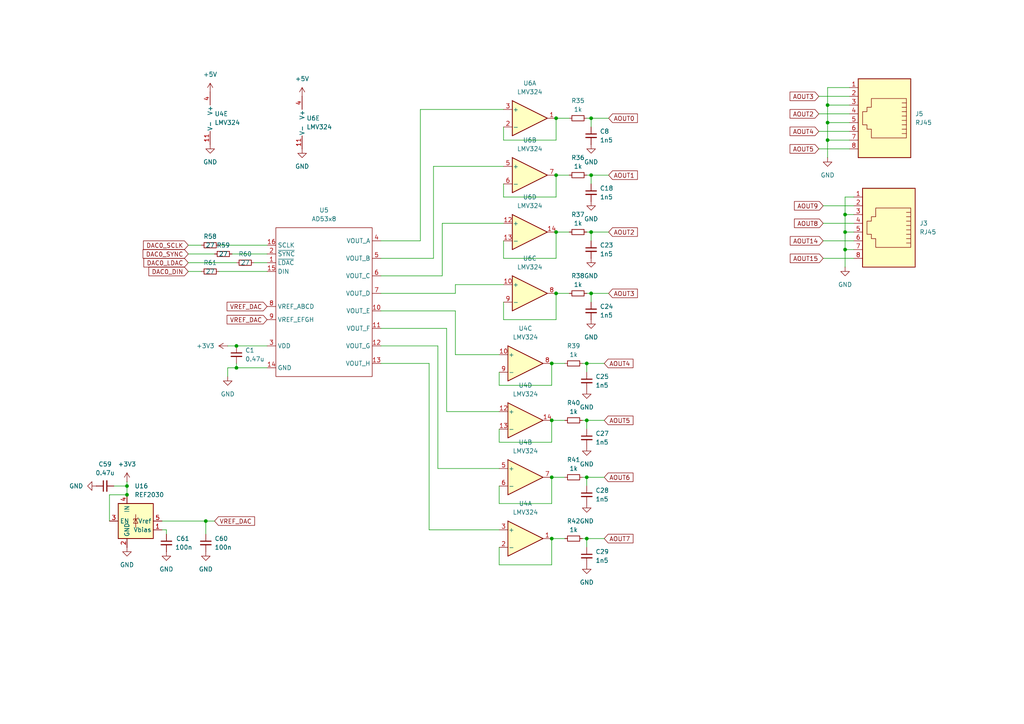
<source format=kicad_sch>
(kicad_sch (version 20231120) (generator "eeschema") (generator_version "8.0")
  (paper "A4")
  (lib_symbols
    (symbol "Amplifier_Operational:LMV324" (pin_names (offset 0.127))
      (property "Reference" "U" (at 0 5.08 0))
      (property "Value" "LMV324" (at 0 -5.08 0))
      (symbol "LMV324_1_1"
        (polyline (pts (xy -5.08 5.08) (xy 5.08 0) (xy -5.08 -5.08) (xy -5.08 5.08)) (stroke (width 0.254)) (fill (type background)))
        (pin output line (at 7.62 0 180) (length 2.54) (name "~") (number "1"))
        (pin input line (at -7.62 -2.54 0) (length 2.54) (name "-") (number "2"))
        (pin input line (at -7.62 2.54 0) (length 2.54) (name "+") (number "3"))
      )
      (symbol "LMV324_2_1"
        (polyline (pts (xy -5.08 5.08) (xy 5.08 0) (xy -5.08 -5.08) (xy -5.08 5.08)) (stroke (width 0.254)) (fill (type background)))
        (pin input line (at -7.62 2.54 0) (length 2.54) (name "+") (number "5"))
        (pin input line (at -7.62 -2.54 0) (length 2.54) (name "-") (number "6"))
        (pin output line (at 7.62 0 180) (length 2.54) (name "~") (number "7"))
      )
      (symbol "LMV324_3_1"
        (polyline (pts (xy -5.08 5.08) (xy 5.08 0) (xy -5.08 -5.08) (xy -5.08 5.08)) (stroke (width 0.254)) (fill (type background)))
        (pin input line (at -7.62 2.54 0) (length 2.54) (name "+") (number "10"))
        (pin output line (at 7.62 0 180) (length 2.54) (name "~") (number "8"))
        (pin input line (at -7.62 -2.54 0) (length 2.54) (name "-") (number "9"))
      )
      (symbol "LMV324_4_1"
        (polyline (pts (xy -5.08 5.08) (xy 5.08 0) (xy -5.08 -5.08) (xy -5.08 5.08)) (stroke (width 0.254)) (fill (type background)))
        (pin input line (at -7.62 2.54 0) (length 2.54) (name "+") (number "12"))
        (pin input line (at -7.62 -2.54 0) (length 2.54) (name "-") (number "13"))
        (pin output line (at 7.62 0 180) (length 2.54) (name "~") (number "14"))
      )
      (symbol "LMV324_5_1"
        (pin power_in line (at -2.54 -7.62 90) (length 3.81) (name "V-") (number "11"))
        (pin power_in line (at -2.54 7.62 270) (length 3.81) (name "V+") (number "4"))
      )
    )
    (symbol "Connector:RJ45" (pin_names (offset 1.016))
      (property "Reference" "J" (at -5.08 13.97 0))
      (property "Value" "RJ45" (at 2.54 13.97 0))
      (symbol "RJ45_0_1"
        (polyline (pts (xy -5.08 4.445) (xy -6.35 4.445)))
        (polyline (pts (xy -5.08 5.715) (xy -6.35 5.715)))
        (polyline (pts (xy -6.35 -3.175) (xy -5.08 -3.175) (xy -5.08 -3.175)))
        (polyline (pts (xy -6.35 -1.905) (xy -5.08 -1.905) (xy -5.08 -1.905)))
        (polyline (pts (xy -6.35 -0.635) (xy -5.08 -0.635) (xy -5.08 -0.635)))
        (polyline (pts (xy -6.35 0.635) (xy -5.08 0.635) (xy -5.08 0.635)))
        (polyline (pts (xy -6.35 1.905) (xy -5.08 1.905) (xy -5.08 1.905)))
        (polyline (pts (xy -5.08 3.175) (xy -6.35 3.175) (xy -6.35 3.175)))
        (polyline (pts (xy -6.35 -4.445) (xy -6.35 6.985) (xy 3.81 6.985) (xy 3.81 4.445) (xy 5.08 4.445) (xy 5.08 3.175) (xy 6.35 3.175) (xy 6.35 -0.635) (xy 5.08 -0.635) (xy 5.08 -1.905) (xy 3.81 -1.905) (xy 3.81 -4.445) (xy -6.35 -4.445) (xy -6.35 -4.445)))
        (rectangle (start 7.62 12.7) (end -7.62 -10.16) (stroke (width 0.254)) (fill (type background)))
      )
      (symbol "RJ45_1_1"
        (pin passive line (at 10.16 -7.62 180) (length 2.54) (name "~") (number "1"))
        (pin passive line (at 10.16 -5.08 180) (length 2.54) (name "~") (number "2"))
        (pin passive line (at 10.16 -2.54 180) (length 2.54) (name "~") (number "3"))
        (pin passive line (at 10.16 0 180) (length 2.54) (name "~") (number "4"))
        (pin passive line (at 10.16 2.54 180) (length 2.54) (name "~") (number "5"))
        (pin passive line (at 10.16 5.08 180) (length 2.54) (name "~") (number "6"))
        (pin passive line (at 10.16 7.62 180) (length 2.54) (name "~") (number "7"))
        (pin passive line (at 10.16 10.16 180) (length 2.54) (name "~") (number "8"))
      )
    )
    (symbol "Device:C_Small" (pin_numbers hide) (pin_names (offset 0.254) hide)
      (property "Reference" "C" (at 0.254 1.778 0))
      (property "Value" "C_Small" (at 0.254 -2.032 0))
      (symbol "C_Small_0_1"
        (polyline (pts (xy -1.524 -0.508) (xy 1.524 -0.508)) (stroke (width 0.3302)))
        (polyline (pts (xy -1.524 0.508) (xy 1.524 0.508)) (stroke (width 0.3048)))
      )
      (symbol "C_Small_1_1"
        (pin passive line (at 0 2.54 270) (length 2.032) (name "~") (number "1"))
        (pin passive line (at 0 -2.54 90) (length 2.032) (name "~") (number "2"))
      )
    )
    (symbol "Device:R_Small" (pin_numbers hide) (pin_names (offset 0.254) hide)
      (property "Reference" "R" (at 0.762 0.508 0))
      (property "Value" "R_Small" (at 0.762 -1.016 0))
      (symbol "R_Small_0_1"
        (rectangle (start -0.762 1.778) (end 0.762 -1.778) (stroke (width 0.2032)))
      )
      (symbol "R_Small_1_1"
        (pin passive line (at 0 2.54 270) (length 0.762) (name "~") (number "1"))
        (pin passive line (at 0 -2.54 90) (length 0.762) (name "~") (number "2"))
      )
    )
    (symbol "Reference_Voltage:REF2030"
      (property "Reference" "U?" (at 5.08 7.62 0))
      (property "Value" "REF2030" (at -2.54 7.62 0))
      (symbol "REF2030_0_1"
        (rectangle (start -5.08 5.08) (end 5.08 -5.08) (stroke (width 0.254)) (fill (type background)))
        (polyline (pts (xy 0 1.905) (xy 0 -1.905)))
        (polyline (pts (xy -0.635 -0.635) (xy 0.635 -0.635) (xy 0 0.635) (xy -0.635 -0.635)))
        (polyline (pts (xy 0.635 1.016) (xy 0.635 0.635) (xy -0.635 0.635) (xy -0.635 0.254)))
      )
      (symbol "REF2030_1_1"
        (pin output line (at 7.62 -2.54 180) (length 2.54) (name "Vbias") (number "1"))
        (pin power_in line (at -2.54 -7.62 90) (length 2.54) (name "GND") (number "2"))
        (pin input line (at -7.62 0 0) (length 2.54) (name "EN") (number "3"))
        (pin power_in line (at -2.54 7.62 270) (length 2.54) (name "IN") (number "4"))
        (pin output line (at 7.62 0 180) (length 2.54) (name "Vref") (number "5"))
      )
    )
    (symbol "power:+3V3" (power) (pin_numbers hide) (pin_names (offset 0) hide)
      (property "Value" "+3V3" (at 0 3.556 0))
      (symbol "+3V3_0_1"
        (polyline (pts (xy -0.762 1.27) (xy 0 2.54)))
        (polyline (pts (xy 0 0) (xy 0 2.54)))
        (polyline (pts (xy 0 2.54) (xy 0.762 1.27)))
      )
      (symbol "+3V3_1_1"
        (pin power_in line (at 0 0 90) (length 0) (name "~") (number "1"))
      )
    )
    (symbol "power:+5V" (power) (pin_numbers hide) (pin_names (offset 0) hide)
      (property "Value" "+5V" (at 0 3.556 0))
      (symbol "+5V_0_1"
        (polyline (pts (xy -0.762 1.27) (xy 0 2.54)))
        (polyline (pts (xy 0 0) (xy 0 2.54)))
        (polyline (pts (xy 0 2.54) (xy 0.762 1.27)))
      )
      (symbol "+5V_1_1"
        (pin power_in line (at 0 0 90) (length 0) (name "~") (number "1"))
      )
    )
    (symbol "power:GND" (power) (pin_numbers hide) (pin_names (offset 0) hide)
      (property "Value" "GND" (at 0 -3.81 0))
      (symbol "GND_0_1"
        (polyline (pts (xy 0 0) (xy 0 -1.27) (xy 1.27 -1.27) (xy 0 -2.54) (xy -1.27 -1.27) (xy 0 -1.27)))
      )
      (symbol "GND_1_1"
        (pin power_in line (at 0 0 270) (length 0) (name "~") (number "1"))
      )
    )
    (symbol "user_dac:ad5328"
      (property "Reference" "U" (at -11.938 9.906 0))
      (property "Value" "AD53x8" (at 0 0 0))
      (symbol "ad5328_0_0"
        (pin unspecified line (at 17.78 -16.51 180) (length 2.54) (name "VOUT_E") (number "10"))
        (pin unspecified line (at 17.78 -21.59 180) (length 2.54) (name "VOUT_F") (number "11"))
        (pin unspecified line (at 17.78 -26.67 180) (length 2.54) (name "VOUT_G") (number "12"))
        (pin unspecified line (at 17.78 -31.75 180) (length 2.54) (name "VOUT_H") (number "13"))
        (pin power_in line (at -15.24 -33.02 0) (length 2.54) (name "GND") (number "14"))
        (pin unspecified line (at -15.24 -5.08 0) (length 2.54) (name "DIN") (number "15"))
        (pin unspecified line (at -15.24 2.54 0) (length 2.54) (name "SCLK") (number "16"))
        (pin power_in line (at -15.24 -26.67 0) (length 2.54) (name "VDD") (number "3"))
        (pin unspecified line (at 17.78 3.81 180) (length 2.54) (name "VOUT_A") (number "4"))
        (pin unspecified line (at 17.78 -1.27 180) (length 2.54) (name "VOUT_B") (number "5"))
        (pin unspecified line (at 17.78 -6.35 180) (length 2.54) (name "VOUT_C") (number "6"))
        (pin unspecified line (at 17.78 -11.43 180) (length 2.54) (name "VOUT_D") (number "7"))
        (pin unspecified line (at -15.24 -15.24 0) (length 2.54) (name "VREF_ABCD") (number "8"))
        (pin unspecified line (at -15.24 -19.05 0) (length 2.54) (name "VREF_EFGH") (number "9"))
      )
      (symbol "ad5328_0_1"
        (rectangle (start -12.7 7.62) (end 15.24 -35.56))
      )
      (symbol "ad5328_1_0"
        (pin unspecified line (at -15.24 -2.54 0) (length 2.54) (name "~{LDAC}") (number "1"))
        (pin unspecified line (at -15.24 0 0) (length 2.54) (name "~{SYNC}") (number "2"))
      )
    )
  )
  (junction (at 161.29 85.09))
  (junction (at 36.83 140.97))
  (junction (at 170.18 156.21))
  (junction (at 161.29 67.31))
  (junction (at 245.11 72.39))
  (junction (at 160.02 156.21))
  (junction (at 245.11 62.23))
  (junction (at 171.45 85.09))
  (junction (at 160.02 138.43))
  (junction (at 240.03 35.56))
  (junction (at 170.18 138.43))
  (junction (at 36.83 143.51))
  (junction (at 245.11 67.31))
  (junction (at 161.29 34.29))
  (junction (at 240.03 40.64))
  (junction (at 59.69 151.13))
  (junction (at 68.58 100.33))
  (junction (at 171.45 34.29))
  (junction (at 68.58 106.68))
  (junction (at 160.02 105.41))
  (junction (at 240.03 30.48))
  (junction (at 170.18 105.41))
  (junction (at 171.45 50.8))
  (junction (at 171.45 67.31))
  (junction (at 160.02 121.92))
  (junction (at 161.29 50.8))
  (junction (at 170.18 121.92))
  (wire (pts (xy 160.02 111.76) (xy 160.02 105.41)))
  (wire (pts (xy 170.18 158.75) (xy 170.18 156.21)))
  (wire (pts (xy 132.08 85.09) (xy 132.08 82.55)))
  (wire (pts (xy 240.03 25.4) (xy 246.38 25.4)))
  (wire (pts (xy 245.11 62.23) (xy 245.11 57.15)))
  (wire (pts (xy 240.03 35.56) (xy 240.03 30.48)))
  (wire (pts (xy 245.11 57.15) (xy 247.65 57.15)))
  (wire (pts (xy 245.11 77.47) (xy 245.11 72.39)))
  (wire (pts (xy 171.45 85.09) (xy 170.18 85.09)))
  (wire (pts (xy 146.05 69.85) (xy 146.05 74.93)))
  (wire (pts (xy 66.04 100.33) (xy 68.58 100.33)))
  (wire (pts (xy 110.49 95.25) (xy 129.54 95.25)))
  (wire (pts (xy 121.92 69.85) (xy 121.92 31.75)))
  (wire (pts (xy 161.29 40.64) (xy 161.29 34.29)))
  (wire (pts (xy 238.76 59.69) (xy 247.65 59.69)))
  (wire (pts (xy 54.61 71.12) (xy 58.42 71.12)))
  (wire (pts (xy 144.78 140.97) (xy 144.78 146.05)))
  (wire (pts (xy 161.29 57.15) (xy 161.29 50.8)))
  (wire (pts (xy 54.61 73.66) (xy 62.23 73.66)))
  (wire (pts (xy 144.78 128.27) (xy 160.02 128.27)))
  (wire (pts (xy 238.76 69.85) (xy 247.65 69.85)))
  (wire (pts (xy 128.27 64.77) (xy 146.05 64.77)))
  (wire (pts (xy 171.45 34.29) (xy 176.53 34.29)))
  (wire (pts (xy 161.29 67.31) (xy 165.1 67.31)))
  (wire (pts (xy 132.08 82.55) (xy 146.05 82.55)))
  (wire (pts (xy 237.49 38.1) (xy 246.38 38.1)))
  (wire (pts (xy 170.18 124.46) (xy 170.18 121.92)))
  (wire (pts (xy 170.18 156.21) (xy 175.26 156.21)))
  (wire (pts (xy 124.46 153.67) (xy 144.78 153.67)))
  (wire (pts (xy 160.02 128.27) (xy 160.02 121.92)))
  (wire (pts (xy 146.05 40.64) (xy 161.29 40.64)))
  (wire (pts (xy 110.49 80.01) (xy 128.27 80.01)))
  (wire (pts (xy 144.78 146.05) (xy 160.02 146.05)))
  (wire (pts (xy 146.05 53.34) (xy 146.05 57.15)))
  (wire (pts (xy 146.05 92.71) (xy 161.29 92.71)))
  (wire (pts (xy 170.18 105.41) (xy 168.91 105.41)))
  (wire (pts (xy 59.69 151.13) (xy 59.69 154.94)))
  (wire (pts (xy 170.18 156.21) (xy 168.91 156.21)))
  (wire (pts (xy 36.83 139.7) (xy 36.83 140.97)))
  (wire (pts (xy 110.49 74.93) (xy 125.73 74.93)))
  (wire (pts (xy 59.69 151.13) (xy 62.23 151.13)))
  (wire (pts (xy 171.45 34.29) (xy 170.18 34.29)))
  (wire (pts (xy 245.11 72.39) (xy 247.65 72.39)))
  (wire (pts (xy 129.54 119.38) (xy 144.78 119.38)))
  (wire (pts (xy 73.66 76.2) (xy 77.47 76.2)))
  (wire (pts (xy 240.03 40.64) (xy 240.03 35.56)))
  (wire (pts (xy 171.45 53.34) (xy 171.45 50.8)))
  (wire (pts (xy 68.58 106.68) (xy 66.04 106.68)))
  (wire (pts (xy 110.49 69.85) (xy 121.92 69.85)))
  (wire (pts (xy 128.27 80.01) (xy 128.27 64.77)))
  (wire (pts (xy 237.49 27.94) (xy 246.38 27.94)))
  (wire (pts (xy 161.29 92.71) (xy 161.29 85.09)))
  (wire (pts (xy 170.18 105.41) (xy 175.26 105.41)))
  (wire (pts (xy 144.78 111.76) (xy 160.02 111.76)))
  (wire (pts (xy 240.03 30.48) (xy 240.03 25.4)))
  (wire (pts (xy 161.29 50.8) (xy 165.1 50.8)))
  (wire (pts (xy 160.02 121.92) (xy 163.83 121.92)))
  (wire (pts (xy 171.45 87.63) (xy 171.45 85.09)))
  (wire (pts (xy 67.31 73.66) (xy 77.47 73.66)))
  (wire (pts (xy 170.18 121.92) (xy 168.91 121.92)))
  (wire (pts (xy 237.49 43.18) (xy 246.38 43.18)))
  (wire (pts (xy 171.45 69.85) (xy 171.45 67.31)))
  (wire (pts (xy 146.05 36.83) (xy 146.05 40.64)))
  (wire (pts (xy 240.03 30.48) (xy 246.38 30.48)))
  (wire (pts (xy 170.18 121.92) (xy 175.26 121.92)))
  (wire (pts (xy 171.45 67.31) (xy 176.53 67.31)))
  (wire (pts (xy 170.18 140.97) (xy 170.18 138.43)))
  (wire (pts (xy 160.02 163.83) (xy 160.02 156.21)))
  (wire (pts (xy 110.49 105.41) (xy 124.46 105.41)))
  (wire (pts (xy 124.46 105.41) (xy 124.46 153.67)))
  (wire (pts (xy 161.29 85.09) (xy 165.1 85.09)))
  (wire (pts (xy 161.29 74.93) (xy 161.29 67.31)))
  (wire (pts (xy 160.02 105.41) (xy 163.83 105.41)))
  (wire (pts (xy 170.18 107.95) (xy 170.18 105.41)))
  (wire (pts (xy 68.58 105.41) (xy 68.58 106.68)))
  (wire (pts (xy 171.45 36.83) (xy 171.45 34.29)))
  (wire (pts (xy 46.99 153.67) (xy 48.26 153.67)))
  (wire (pts (xy 110.49 90.17) (xy 132.08 90.17)))
  (wire (pts (xy 144.78 158.75) (xy 144.78 163.83)))
  (wire (pts (xy 129.54 95.25) (xy 129.54 119.38)))
  (wire (pts (xy 171.45 50.8) (xy 176.53 50.8)))
  (wire (pts (xy 245.11 67.31) (xy 245.11 62.23)))
  (wire (pts (xy 63.5 78.74) (xy 77.47 78.74)))
  (wire (pts (xy 240.03 35.56) (xy 246.38 35.56)))
  (wire (pts (xy 171.45 50.8) (xy 170.18 50.8)))
  (wire (pts (xy 36.83 140.97) (xy 36.83 143.51)))
  (wire (pts (xy 161.29 34.29) (xy 165.1 34.29)))
  (wire (pts (xy 245.11 62.23) (xy 247.65 62.23)))
  (wire (pts (xy 121.92 31.75) (xy 146.05 31.75)))
  (wire (pts (xy 127 100.33) (xy 127 135.89)))
  (wire (pts (xy 171.45 67.31) (xy 170.18 67.31)))
  (wire (pts (xy 160.02 156.21) (xy 163.83 156.21)))
  (wire (pts (xy 48.26 153.67) (xy 48.26 154.94)))
  (wire (pts (xy 31.75 151.13) (xy 31.75 143.51)))
  (wire (pts (xy 144.78 107.95) (xy 144.78 111.76)))
  (wire (pts (xy 132.08 90.17) (xy 132.08 102.87)))
  (wire (pts (xy 63.5 71.12) (xy 77.47 71.12)))
  (wire (pts (xy 170.18 138.43) (xy 168.91 138.43)))
  (wire (pts (xy 132.08 102.87) (xy 144.78 102.87)))
  (wire (pts (xy 171.45 85.09) (xy 176.53 85.09)))
  (wire (pts (xy 238.76 64.77) (xy 247.65 64.77)))
  (wire (pts (xy 68.58 100.33) (xy 77.47 100.33)))
  (wire (pts (xy 160.02 146.05) (xy 160.02 138.43)))
  (wire (pts (xy 127 135.89) (xy 144.78 135.89)))
  (wire (pts (xy 146.05 87.63) (xy 146.05 92.71)))
  (wire (pts (xy 54.61 76.2) (xy 68.58 76.2)))
  (wire (pts (xy 240.03 40.64) (xy 246.38 40.64)))
  (wire (pts (xy 146.05 74.93) (xy 161.29 74.93)))
  (wire (pts (xy 238.76 74.93) (xy 247.65 74.93)))
  (wire (pts (xy 237.49 33.02) (xy 246.38 33.02)))
  (wire (pts (xy 146.05 57.15) (xy 161.29 57.15)))
  (wire (pts (xy 110.49 100.33) (xy 127 100.33)))
  (wire (pts (xy 144.78 163.83) (xy 160.02 163.83)))
  (wire (pts (xy 125.73 74.93) (xy 125.73 48.26)))
  (wire (pts (xy 110.49 85.09) (xy 132.08 85.09)))
  (wire (pts (xy 144.78 124.46) (xy 144.78 128.27)))
  (wire (pts (xy 240.03 45.72) (xy 240.03 40.64)))
  (wire (pts (xy 245.11 67.31) (xy 247.65 67.31)))
  (wire (pts (xy 54.61 78.74) (xy 58.42 78.74)))
  (wire (pts (xy 77.47 106.68) (xy 68.58 106.68)))
  (wire (pts (xy 31.75 143.51) (xy 36.83 143.51)))
  (wire (pts (xy 125.73 48.26) (xy 146.05 48.26)))
  (wire (pts (xy 170.18 138.43) (xy 175.26 138.43)))
  (wire (pts (xy 66.04 106.68) (xy 66.04 109.22)))
  (wire (pts (xy 46.99 151.13) (xy 59.69 151.13)))
  (wire (pts (xy 33.02 140.97) (xy 36.83 140.97)))
  (wire (pts (xy 245.11 72.39) (xy 245.11 67.31)))
  (wire (pts (xy 160.02 138.43) (xy 163.83 138.43)))
  (global_label "AOUT1" (shape input) (at 176.53 50.8 0) (property "Intersheetrefs" "${INTERSHEET_REFS}" (effects (hide yes))))
  (global_label "AOUT8" (shape input) (at 238.76 64.77 180) (property "Intersheetrefs" "${INTERSHEET_REFS}" (effects (hide yes))))
  (global_label "VREF_DAC" (shape input) (at 77.47 88.9 180) (property "Intersheetrefs" "${INTERSHEET_REFS}" (effects (hide yes))))
  (global_label "AOUT2" (shape input) (at 237.49 33.02 180) (property "Intersheetrefs" "${INTERSHEET_REFS}" (effects (hide yes))))
  (global_label "AOUT9" (shape input) (at 238.76 59.69 180) (property "Intersheetrefs" "${INTERSHEET_REFS}" (effects (hide yes))))
  (global_label "AOUT0" (shape input) (at 176.53 34.29 0) (property "Intersheetrefs" "${INTERSHEET_REFS}" (effects (hide yes))))
  (global_label "AOUT6" (shape input) (at 175.26 138.43 0) (property "Intersheetrefs" "${INTERSHEET_REFS}" (effects (hide yes))))
  (global_label "DAC0_SYNC" (shape input) (at 54.61 73.66 180) (property "Intersheetrefs" "${INTERSHEET_REFS}" (effects (hide yes))))
  (global_label "VREF_DAC" (shape input) (at 62.23 151.13 0) (property "Intersheetrefs" "${INTERSHEET_REFS}" (effects (hide yes))))
  (global_label "AOUT5" (shape input) (at 237.49 43.18 180) (property "Intersheetrefs" "${INTERSHEET_REFS}" (effects (hide yes))))
  (global_label "AOUT14" (shape input) (at 238.76 69.85 180) (property "Intersheetrefs" "${INTERSHEET_REFS}" (effects (hide yes))))
  (global_label "DAC0_LDAC" (shape input) (at 54.61 76.2 180) (property "Intersheetrefs" "${INTERSHEET_REFS}" (effects (hide yes))))
  (global_label "VREF_DAC" (shape input) (at 77.47 92.71 180) (property "Intersheetrefs" "${INTERSHEET_REFS}" (effects (hide yes))))
  (global_label "AOUT4" (shape input) (at 175.26 105.41 0) (property "Intersheetrefs" "${INTERSHEET_REFS}" (effects (hide yes))))
  (global_label "AOUT2" (shape input) (at 176.53 67.31 0) (property "Intersheetrefs" "${INTERSHEET_REFS}" (effects (hide yes))))
  (global_label "AOUT7" (shape input) (at 175.26 156.21 0) (property "Intersheetrefs" "${INTERSHEET_REFS}" (effects (hide yes))))
  (global_label "DAC0_DIN" (shape input) (at 54.61 78.74 180) (property "Intersheetrefs" "${INTERSHEET_REFS}" (effects (hide yes))))
  (global_label "DAC0_SCLK" (shape input) (at 54.61 71.12 180) (property "Intersheetrefs" "${INTERSHEET_REFS}" (effects (hide yes))))
  (global_label "AOUT5" (shape input) (at 175.26 121.92 0) (property "Intersheetrefs" "${INTERSHEET_REFS}" (effects (hide yes))))
  (global_label "AOUT3" (shape input) (at 176.53 85.09 0) (property "Intersheetrefs" "${INTERSHEET_REFS}" (effects (hide yes))))
  (global_label "AOUT4" (shape input) (at 237.49 38.1 180) (property "Intersheetrefs" "${INTERSHEET_REFS}" (effects (hide yes))))
  (global_label "AOUT3" (shape input) (at 237.49 27.94 180) (property "Intersheetrefs" "${INTERSHEET_REFS}" (effects (hide yes))))
  (global_label "AOUT15" (shape input) (at 238.76 74.93 180) (property "Intersheetrefs" "${INTERSHEET_REFS}" (effects (hide yes))))
  (symbol (lib_id "power:GND") (at 170.18 163.83 0) (unit 1)
    (property "Reference" "#PWR092" (effects (hide yes)))
    (property "Value" "GND" (at 170.18 168.91 0))
    (property "Description" "Power symbol creates a global label with name \"GND\" , ground" (effects (hide yes)))
  )
  (symbol (lib_id "Amplifier_Operational:LMV324") (at 152.4 105.41 0) (unit 3)
    (property "Reference" "U4" (at 152.4 95.25 0))
    (property "Value" "LMV324" (at 152.4 97.79 0))
    (property "Footprint" "Package_SO:TSSOP-14_4.4x5mm_P0.65mm" (effects (hide yes)))
    (property "Datasheet" "http://www.ti.com/lit/ds/symlink/lmv324.pdf" (effects (hide yes)))
    (property "Description" "Quad Low-Voltage Rail-to-Rail Output Operational Amplifier, SOIC-14/SSOP-14" (effects (hide yes)))
    (property "JLCPCB Part #" "C165067" (effects (hide yes)))
  )
  (symbol (lib_id "Device:R_Small") (at 71.12 76.2 270) (unit 1)
    (property "Reference" "R60" (at 71.12 73.66 90))
    (property "Value" "27" (at 71.12 76.2 90))
    (property "Footprint" "Resistor_SMD:R_0402_1005Metric" (effects (hide yes)))
  )
  (symbol (lib_id "Device:R_Small") (at 166.37 138.43 90) (unit 1)
    (property "Reference" "R41" (at 166.37 133.35 90))
    (property "Value" "1k" (at 166.37 135.89 90))
    (property "Footprint" "Resistor_SMD:R_0402_1005Metric" (effects (hide yes)))
    (property "JLCPCB" "C409681" (effects (hide yes)))
  )
  (symbol (lib_id "power:GND") (at 171.45 74.93 0) (unit 1)
    (property "Reference" "#PWR087" (effects (hide yes)))
    (property "Value" "GND" (at 171.45 80.01 0))
    (property "Description" "Power symbol creates a global label with name \"GND\" , ground" (effects (hide yes)))
  )
  (symbol (lib_id "Connector:RJ45") (at 257.81 64.77 180) (unit 1)
    (property "Reference" "J3" (at 266.7 64.7699 0) (effects (justify right)))
    (property "Value" "RJ45" (at 266.7 67.3099 0) (effects (justify right)))
    (property "Footprint" "Connector_RJ:RJ45_Ninigi_GE" (effects (hide yes)))
    (property "Description" "RJ connector, 8P8C (8 positions 8 connected)" (effects (hide yes)))
    (property "JLCPCB Part #" "C386758" (effects (hide yes)))
  )
  (symbol (lib_id "Device:C_Small") (at 48.26 157.48 0) (unit 1)
    (property "Reference" "C61" (at 51.054 156.21 0) (effects (justify left)))
    (property "Value" "100n" (at 50.8 158.7563 0) (effects (justify left)))
    (property "Footprint" "Capacitor_SMD:C_0402_1005Metric" (effects (hide yes)))
    (property "JLCPCB" "C106255" (effects (hide yes)))
  )
  (symbol (lib_id "power:GND") (at 171.45 58.42 0) (unit 1)
    (property "Reference" "#PWR086" (effects (hide yes)))
    (property "Value" "GND" (at 171.45 63.5 0))
    (property "Description" "Power symbol creates a global label with name \"GND\" , ground" (effects (hide yes)))
  )
  (symbol (lib_id "Device:R_Small") (at 60.96 78.74 270) (unit 1)
    (property "Reference" "R61" (at 60.96 76.2 90))
    (property "Value" "27" (at 60.96 78.74 90))
    (property "Footprint" "Resistor_SMD:R_0402_1005Metric" (effects (hide yes)))
  )
  (symbol (lib_id "Device:C_Small") (at 170.18 161.29 0) (unit 1)
    (property "Reference" "C29" (at 172.72 160.0263 0) (effects (justify left)))
    (property "Value" "1n5" (at 172.72 162.5663 0) (effects (justify left)))
    (property "Footprint" "Capacitor_SMD:C_0402_1005Metric" (effects (hide yes)))
    (property "JLCPCB" "C106255" (effects (hide yes)))
  )
  (symbol (lib_id "power:GND") (at 66.04 109.22 0) (unit 1)
    (property "Reference" "#PWR019" (effects (hide yes)))
    (property "Value" "GND" (at 66.04 114.3 0))
    (property "Description" "Power symbol creates a global label with name \"GND\" , ground" (effects (hide yes)))
  )
  (symbol (lib_id "power:GND") (at 27.94 140.97 270) (unit 1)
    (property "Reference" "#PWR0106" (effects (hide yes)))
    (property "Value" "GND" (at 24.13 140.9699 90) (effects (justify right)))
    (property "Description" "Power symbol creates a global label with name \"GND\" , ground" (effects (hide yes)))
  )
  (symbol (lib_id "Device:C_Small") (at 170.18 127 0) (unit 1)
    (property "Reference" "C27" (at 172.72 125.7363 0) (effects (justify left)))
    (property "Value" "1n5" (at 172.72 128.2763 0) (effects (justify left)))
    (property "Footprint" "Capacitor_SMD:C_0402_1005Metric" (effects (hide yes)))
    (property "JLCPCB" "C106255" (effects (hide yes)))
  )
  (symbol (lib_id "power:GND") (at 36.83 158.75 0) (unit 1)
    (property "Reference" "#PWR0107" (effects (hide yes)))
    (property "Value" "GND" (at 36.83 163.83 0))
    (property "Description" "Power symbol creates a global label with name \"GND\" , ground" (effects (hide yes)))
  )
  (symbol (lib_id "power:GND") (at 60.96 41.91 0) (unit 1)
    (property "Reference" "#PWR017" (effects (hide yes)))
    (property "Value" "GND" (at 60.96 46.99 0))
    (property "Description" "Power symbol creates a global label with name \"GND\" , ground" (effects (hide yes)))
  )
  (symbol (lib_id "Reference_Voltage:REF2030") (at 39.37 151.13 0) (unit 1)
    (property "Reference" "U16" (at 39.0241 140.97 0) (effects (justify left)))
    (property "Value" "REF2030" (at 39.0241 143.51 0) (effects (justify left)))
    (property "Footprint" "Package_TO_SOT_SMD:SOT-23-5" (effects (hide yes)))
    (property "Datasheet" "https://www.ti.com/lit/ds/symlink/ref2033.pdf" (effects (hide yes)))
    (property "Description" "3.0V Low-Drift, Low-Power, Dual-Output, VREF and VREF / 2 Voltage Reference, SOT-23-5" (effects (hide yes)))
    (property "JLCPCB Part #" "C528704" (effects (hide yes)))
  )
  (symbol (lib_id "user_dac:ad5328") (at 92.71 73.66 0) (unit 1)
    (property "Reference" "U5" (at 93.98 60.96 0))
    (property "Value" "AD53x8" (at 93.98 63.5 0))
    (property "Footprint" "Package_SO:TSSOP-16_4.4x5mm_P0.65mm" (effects (hide yes)))
    (property "Datasheet" "https://www.analog.com/media/en/technical-documentation/data-sheets/AD5308_5318_5328.pdf" (effects (hide yes)))
    (property "Description" "8-ch DAC" (effects (hide yes)))
    (property "JLCPCB Part #" "C578186" (effects (hide yes)))
  )
  (symbol (lib_id "Amplifier_Operational:LMV324") (at 153.67 34.29 0) (unit 1)
    (property "Reference" "U6" (at 153.67 24.13 0))
    (property "Value" "LMV324" (at 153.67 26.67 0))
    (property "Footprint" "Package_SO:TSSOP-14_4.4x5mm_P0.65mm" (effects (hide yes)))
    (property "Datasheet" "http://www.ti.com/lit/ds/symlink/lmv324.pdf" (effects (hide yes)))
    (property "Description" "Quad Low-Voltage Rail-to-Rail Output Operational Amplifier, SOIC-14/SSOP-14" (effects (hide yes)))
    (property "JLCPCB Part #" "C165067" (effects (hide yes)))
  )
  (symbol (lib_id "power:GND") (at 59.69 160.02 0) (unit 1)
    (property "Reference" "#PWR0109" (effects (hide yes)))
    (property "Value" "GND" (at 59.69 165.1 0))
    (property "Description" "Power symbol creates a global label with name \"GND\" , ground" (effects (hide yes)))
  )
  (symbol (lib_id "Amplifier_Operational:LMV324") (at 152.4 156.21 0) (unit 1)
    (property "Reference" "U4" (at 152.4 146.05 0))
    (property "Value" "LMV324" (at 152.4 148.59 0))
    (property "Footprint" "Package_SO:TSSOP-14_4.4x5mm_P0.65mm" (effects (hide yes)))
    (property "Datasheet" "http://www.ti.com/lit/ds/symlink/lmv324.pdf" (effects (hide yes)))
    (property "Description" "Quad Low-Voltage Rail-to-Rail Output Operational Amplifier, SOIC-14/SSOP-14" (effects (hide yes)))
    (property "JLCPCB Part #" "C165067" (effects (hide yes)))
  )
  (symbol (lib_id "power:GND") (at 170.18 129.54 0) (unit 1)
    (property "Reference" "#PWR090" (effects (hide yes)))
    (property "Value" "GND" (at 170.18 134.62 0))
    (property "Description" "Power symbol creates a global label with name \"GND\" , ground" (effects (hide yes)))
  )
  (symbol (lib_id "Device:C_Small") (at 59.69 157.48 0) (unit 1)
    (property "Reference" "C60" (at 62.23 156.2163 0) (effects (justify left)))
    (property "Value" "100n" (at 62.23 158.7563 0) (effects (justify left)))
    (property "Footprint" "Capacitor_SMD:C_0402_1005Metric" (effects (hide yes)))
    (property "JLCPCB" "C106255" (effects (hide yes)))
  )
  (symbol (lib_id "Device:R_Small") (at 60.96 71.12 270) (unit 1)
    (property "Reference" "R58" (at 60.96 68.58 90))
    (property "Value" "27" (at 60.96 71.12 90))
    (property "Footprint" "Resistor_SMD:R_0402_1005Metric" (effects (hide yes)))
  )
  (symbol (lib_id "power:GND") (at 240.03 45.72 0) (unit 1)
    (property "Reference" "#PWR072" (effects (hide yes)))
    (property "Value" "GND" (at 240.03 50.8 0))
    (property "Description" "Power symbol creates a global label with name \"GND\" , ground" (effects (hide yes)))
  )
  (symbol (lib_id "Amplifier_Operational:LMV324") (at 153.67 85.09 0) (unit 3)
    (property "Reference" "U6" (at 153.67 74.93 0))
    (property "Value" "LMV324" (at 153.67 77.47 0))
    (property "Footprint" "Package_SO:TSSOP-14_4.4x5mm_P0.65mm" (effects (hide yes)))
    (property "Datasheet" "http://www.ti.com/lit/ds/symlink/lmv324.pdf" (effects (hide yes)))
    (property "Description" "Quad Low-Voltage Rail-to-Rail Output Operational Amplifier, SOIC-14/SSOP-14" (effects (hide yes)))
    (property "JLCPCB Part #" "C165067" (effects (hide yes)))
  )
  (symbol (lib_id "power:+5V") (at 87.63 27.94 0) (unit 1)
    (property "Reference" "#PWR068" (effects (hide yes)))
    (property "Value" "+5V" (at 87.63 22.86 0))
    (property "Description" "Power symbol creates a global label with name \"+5V\"" (effects (hide yes)))
  )
  (symbol (lib_id "power:GND") (at 87.63 43.18 0) (unit 1)
    (property "Reference" "#PWR069" (effects (hide yes)))
    (property "Value" "GND" (at 87.63 48.26 0))
    (property "Description" "Power symbol creates a global label with name \"GND\" , ground" (effects (hide yes)))
  )
  (symbol (lib_id "power:+3V3") (at 36.83 139.7 0) (unit 1)
    (property "Reference" "#PWR0105" (effects (hide yes)))
    (property "Value" "+3V3" (at 36.83 134.62 0))
    (property "Description" "Power symbol creates a global label with name \"+3V3\"" (effects (hide yes)))
  )
  (symbol (lib_id "power:GND") (at 48.26 160.02 0) (unit 1)
    (property "Reference" "#PWR0108" (effects (hide yes)))
    (property "Value" "GND" (at 48.26 165.1 0))
    (property "Description" "Power symbol creates a global label with name \"GND\" , ground" (effects (hide yes)))
  )
  (symbol (lib_id "Device:C_Small") (at 170.18 143.51 0) (unit 1)
    (property "Reference" "C28" (at 172.72 142.2463 0) (effects (justify left)))
    (property "Value" "1n5" (at 172.72 144.7863 0) (effects (justify left)))
    (property "Footprint" "Capacitor_SMD:C_0402_1005Metric" (effects (hide yes)))
    (property "JLCPCB" "C106255" (effects (hide yes)))
  )
  (symbol (lib_id "Device:C_Small") (at 171.45 72.39 0) (unit 1)
    (property "Reference" "C23" (at 173.99 71.1263 0) (effects (justify left)))
    (property "Value" "1n5" (at 173.99 73.6663 0) (effects (justify left)))
    (property "Footprint" "Capacitor_SMD:C_0402_1005Metric" (effects (hide yes)))
    (property "JLCPCB" "C106255" (effects (hide yes)))
  )
  (symbol (lib_id "power:GND") (at 170.18 113.03 0) (unit 1)
    (property "Reference" "#PWR089" (effects (hide yes)))
    (property "Value" "GND" (at 170.18 118.11 0))
    (property "Description" "Power symbol creates a global label with name \"GND\" , ground" (effects (hide yes)))
  )
  (symbol (lib_id "Device:C_Small") (at 171.45 55.88 0) (unit 1)
    (property "Reference" "C18" (at 173.99 54.6163 0) (effects (justify left)))
    (property "Value" "1n5" (at 173.99 57.1563 0) (effects (justify left)))
    (property "Footprint" "Capacitor_SMD:C_0402_1005Metric" (effects (hide yes)))
    (property "JLCPCB" "C106255" (effects (hide yes)))
  )
  (symbol (lib_id "Device:R_Small") (at 166.37 156.21 90) (unit 1)
    (property "Reference" "R42" (at 166.37 151.13 90))
    (property "Value" "1k" (at 166.37 153.67 90))
    (property "Footprint" "Resistor_SMD:R_0402_1005Metric" (effects (hide yes)))
    (property "JLCPCB" "C409681" (effects (hide yes)))
  )
  (symbol (lib_id "Device:C_Small") (at 68.58 102.87 0) (unit 1)
    (property "Reference" "C1" (at 71.12 101.6063 0) (effects (justify left)))
    (property "Value" "0.47u" (at 71.12 104.1463 0) (effects (justify left)))
    (property "Footprint" "Capacitor_SMD:C_0402_1005Metric" (effects (hide yes)))
    (property "JLCPCB" "C106255" (effects (hide yes)))
  )
  (symbol (lib_id "power:+5V") (at 60.96 26.67 0) (unit 1)
    (property "Reference" "#PWR016" (effects (hide yes)))
    (property "Value" "+5V" (at 60.96 21.59 0))
    (property "Description" "Power symbol creates a global label with name \"+5V\"" (effects (hide yes)))
  )
  (symbol (lib_id "Amplifier_Operational:LMV324") (at 152.4 138.43 0) (unit 2)
    (property "Reference" "U4" (at 152.4 128.27 0))
    (property "Value" "LMV324" (at 152.4 130.81 0))
    (property "Footprint" "Package_SO:TSSOP-14_4.4x5mm_P0.65mm" (effects (hide yes)))
    (property "Datasheet" "http://www.ti.com/lit/ds/symlink/lmv324.pdf" (effects (hide yes)))
    (property "Description" "Quad Low-Voltage Rail-to-Rail Output Operational Amplifier, SOIC-14/SSOP-14" (effects (hide yes)))
    (property "JLCPCB Part #" "C165067" (effects (hide yes)))
  )
  (symbol (lib_id "Device:R_Small") (at 167.64 85.09 90) (unit 1)
    (property "Reference" "R38" (at 167.64 80.01 90))
    (property "Value" "1k" (at 167.64 82.55 90))
    (property "Footprint" "Resistor_SMD:R_0402_1005Metric" (effects (hide yes)))
    (property "JLCPCB" "C409681" (effects (hide yes)))
  )
  (symbol (lib_id "Device:C_Small") (at 30.48 140.97 90) (unit 1)
    (property "Reference" "C59" (at 30.4863 134.62 90))
    (property "Value" "0.47u" (at 30.4863 137.16 90))
    (property "Footprint" "Capacitor_SMD:C_0402_1005Metric" (effects (hide yes)))
    (property "JLCPCB" "C106255" (effects (hide yes)))
  )
  (symbol (lib_id "Device:C_Small") (at 170.18 110.49 0) (unit 1)
    (property "Reference" "C25" (at 172.72 109.2263 0) (effects (justify left)))
    (property "Value" "1n5" (at 172.72 111.7663 0) (effects (justify left)))
    (property "Footprint" "Capacitor_SMD:C_0402_1005Metric" (effects (hide yes)))
    (property "JLCPCB" "C106255" (effects (hide yes)))
  )
  (symbol (lib_id "power:GND") (at 170.18 146.05 0) (unit 1)
    (property "Reference" "#PWR091" (effects (hide yes)))
    (property "Value" "GND" (at 170.18 151.13 0))
    (property "Description" "Power symbol creates a global label with name \"GND\" , ground" (effects (hide yes)))
  )
  (symbol (lib_id "Device:R_Small") (at 167.64 50.8 90) (unit 1)
    (property "Reference" "R36" (at 167.64 45.72 90))
    (property "Value" "1k" (at 167.64 48.26 90))
    (property "Footprint" "Resistor_SMD:R_0402_1005Metric" (effects (hide yes)))
    (property "JLCPCB" "C409681" (effects (hide yes)))
  )
  (symbol (lib_id "Device:R_Small") (at 64.77 73.66 270) (unit 1)
    (property "Reference" "R59" (at 64.77 71.12 90))
    (property "Value" "27" (at 64.77 73.66 90))
    (property "Footprint" "Resistor_SMD:R_0402_1005Metric" (effects (hide yes)))
  )
  (symbol (lib_id "power:GND") (at 171.45 41.91 0) (unit 1)
    (property "Reference" "#PWR085" (effects (hide yes)))
    (property "Value" "GND" (at 171.45 46.99 0))
    (property "Description" "Power symbol creates a global label with name \"GND\" , ground" (effects (hide yes)))
  )
  (symbol (lib_id "Amplifier_Operational:LMV324") (at 63.5 34.29 0) (unit 5)
    (property "Reference" "U4" (at 62.23 33.0199 0) (effects (justify left)))
    (property "Value" "LMV324" (at 62.23 35.5599 0) (effects (justify left)))
    (property "Footprint" "Package_SO:TSSOP-14_4.4x5mm_P0.65mm" (effects (hide yes)))
    (property "Datasheet" "http://www.ti.com/lit/ds/symlink/lmv324.pdf" (effects (hide yes)))
    (property "Description" "Quad Low-Voltage Rail-to-Rail Output Operational Amplifier, SOIC-14/SSOP-14" (effects (hide yes)))
    (property "JLCPCB Part #" "C165067" (effects (hide yes)))
  )
  (symbol (lib_id "Amplifier_Operational:LMV324") (at 153.67 67.31 0) (unit 4)
    (property "Reference" "U6" (at 153.67 57.15 0))
    (property "Value" "LMV324" (at 153.67 59.69 0))
    (property "Footprint" "Package_SO:TSSOP-14_4.4x5mm_P0.65mm" (effects (hide yes)))
    (property "Datasheet" "http://www.ti.com/lit/ds/symlink/lmv324.pdf" (effects (hide yes)))
    (property "Description" "Quad Low-Voltage Rail-to-Rail Output Operational Amplifier, SOIC-14/SSOP-14" (effects (hide yes)))
    (property "JLCPCB Part #" "C165067" (effects (hide yes)))
  )
  (symbol (lib_id "power:GND") (at 245.11 77.47 0) (unit 1)
    (property "Reference" "#PWR071" (effects (hide yes)))
    (property "Value" "GND" (at 245.11 82.55 0))
    (property "Description" "Power symbol creates a global label with name \"GND\" , ground" (effects (hide yes)))
  )
  (symbol (lib_id "Device:R_Small") (at 166.37 121.92 90) (unit 1)
    (property "Reference" "R40" (at 166.37 116.84 90))
    (property "Value" "1k" (at 166.37 119.38 90))
    (property "Footprint" "Resistor_SMD:R_0402_1005Metric" (effects (hide yes)))
    (property "JLCPCB" "C409681" (effects (hide yes)))
  )
  (symbol (lib_id "Device:C_Small") (at 171.45 39.37 0) (unit 1)
    (property "Reference" "C8" (at 173.99 38.1063 0) (effects (justify left)))
    (property "Value" "1n5" (at 173.99 40.6463 0) (effects (justify left)))
    (property "Footprint" "Capacitor_SMD:C_0402_1005Metric" (effects (hide yes)))
    (property "JLCPCB" "C106255" (effects (hide yes)))
  )
  (symbol (lib_id "Amplifier_Operational:LMV324") (at 153.67 50.8 0) (unit 2)
    (property "Reference" "U6" (at 153.67 40.64 0))
    (property "Value" "LMV324" (at 153.67 43.18 0))
    (property "Footprint" "Package_SO:TSSOP-14_4.4x5mm_P0.65mm" (effects (hide yes)))
    (property "Datasheet" "http://www.ti.com/lit/ds/symlink/lmv324.pdf" (effects (hide yes)))
    (property "Description" "Quad Low-Voltage Rail-to-Rail Output Operational Amplifier, SOIC-14/SSOP-14" (effects (hide yes)))
    (property "JLCPCB Part #" "C165067" (effects (hide yes)))
  )
  (symbol (lib_id "power:+3V3") (at 66.04 100.33 90) (unit 1)
    (property "Reference" "#PWR018" (effects (hide yes)))
    (property "Value" "+3V3" (at 62.23 100.3299 90) (effects (justify left)))
    (property "Description" "Power symbol creates a global label with name \"+3V3\"" (effects (hide yes)))
  )
  (symbol (lib_id "Amplifier_Operational:LMV324") (at 152.4 121.92 0) (unit 4)
    (property "Reference" "U4" (at 152.4 111.76 0))
    (property "Value" "LMV324" (at 152.4 114.3 0))
    (property "Footprint" "Package_SO:TSSOP-14_4.4x5mm_P0.65mm" (effects (hide yes)))
    (property "Datasheet" "http://www.ti.com/lit/ds/symlink/lmv324.pdf" (effects (hide yes)))
    (property "Description" "Quad Low-Voltage Rail-to-Rail Output Operational Amplifier, SOIC-14/SSOP-14" (effects (hide yes)))
    (property "JLCPCB Part #" "C165067" (effects (hide yes)))
  )
  (symbol (lib_id "Device:R_Small") (at 166.37 105.41 90) (unit 1)
    (property "Reference" "R39" (at 166.37 100.33 90))
    (property "Value" "1k" (at 166.37 102.87 90))
    (property "Footprint" "Resistor_SMD:R_0402_1005Metric" (effects (hide yes)))
    (property "JLCPCB" "C409681" (effects (hide yes)))
  )
  (symbol (lib_id "Device:C_Small") (at 171.45 90.17 0) (unit 1)
    (property "Reference" "C24" (at 173.99 88.9063 0) (effects (justify left)))
    (property "Value" "1n5" (at 173.99 91.4463 0) (effects (justify left)))
    (property "Footprint" "Capacitor_SMD:C_0402_1005Metric" (effects (hide yes)))
    (property "JLCPCB" "C106255" (effects (hide yes)))
  )
  (symbol (lib_id "Device:R_Small") (at 167.64 67.31 90) (unit 1)
    (property "Reference" "R37" (at 167.64 62.23 90))
    (property "Value" "1k" (at 167.64 64.77 90))
    (property "Footprint" "Resistor_SMD:R_0402_1005Metric" (effects (hide yes)))
    (property "JLCPCB" "C409681" (effects (hide yes)))
  )
  (symbol (lib_id "Amplifier_Operational:LMV324") (at 90.17 35.56 0) (unit 5)
    (property "Reference" "U6" (at 88.9 34.2899 0) (effects (justify left)))
    (property "Value" "LMV324" (at 88.9 36.8299 0) (effects (justify left)))
    (property "Footprint" "Package_SO:TSSOP-14_4.4x5mm_P0.65mm" (effects (hide yes)))
    (property "Datasheet" "http://www.ti.com/lit/ds/symlink/lmv324.pdf" (effects (hide yes)))
    (property "Description" "Quad Low-Voltage Rail-to-Rail Output Operational Amplifier, SOIC-14/SSOP-14" (effects (hide yes)))
    (property "JLCPCB Part #" "C165067" (effects (hide yes)))
  )
  (symbol (lib_id "Connector:RJ45") (at 256.54 33.02 180) (unit 1)
    (property "Reference" "J5" (at 265.43 33.0199 0) (effects (justify right)))
    (property "Value" "RJ45" (at 265.43 35.5599 0) (effects (justify right)))
    (property "Footprint" "Connector_RJ:RJ45_Ninigi_GE" (effects (hide yes)))
    (property "Description" "RJ connector, 8P8C (8 positions 8 connected)" (effects (hide yes)))
    (property "JLCPCB Part #" "C386758" (effects (hide yes)))
  )
  (symbol (lib_id "Device:R_Small") (at 167.64 34.29 90) (unit 1)
    (property "Reference" "R35" (at 167.64 29.21 90))
    (property "Value" "1k" (at 167.64 31.75 90))
    (property "Footprint" "Resistor_SMD:R_0402_1005Metric" (effects (hide yes)))
    (property "JLCPCB" "C409681" (effects (hide yes)))
  )
  (symbol (lib_id "power:GND") (at 171.45 92.71 0) (unit 1)
    (property "Reference" "#PWR088" (effects (hide yes)))
    (property "Value" "GND" (at 171.45 97.79 0))
    (property "Description" "Power symbol creates a global label with name \"GND\" , ground" (effects (hide yes)))
  )
)
</source>
